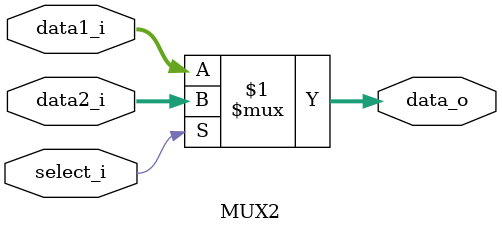
<source format=v>
module MUX2(
	data1_i,
	data2_i,
	select_i,
	data_o
);

input [1:0] data1_i, data2_i;
input select_i;
output[1:0] data_o;

assign data_o = select_i ? data2_i : data1_i ;

endmodule
 
</source>
